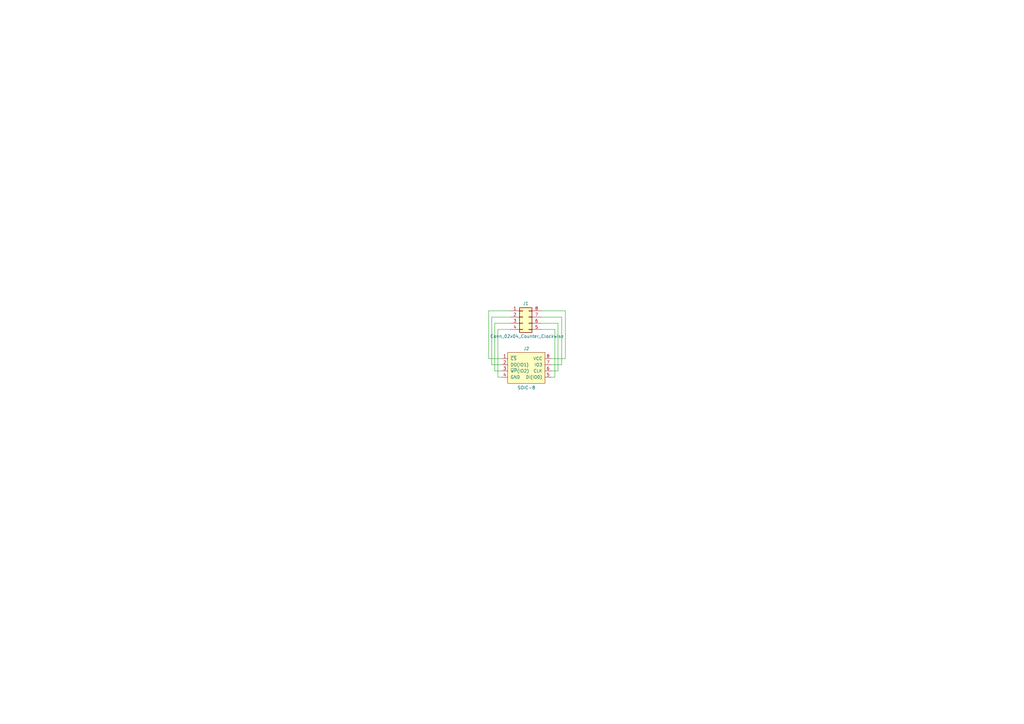
<source format=kicad_sch>
(kicad_sch (version 20211123) (generator eeschema)
  (paper "A3")
  (title_block (title "Adapter_Board") (date "2021-06-29") (rev "v1"))
  (lib_symbols
    (symbol "Connector_Generic:Conn_02x04_Counter_Clockwise" (pin_names (offset 1.016) hide)
      (property "Reference" "J" (at 1.27 5.08 0))
      (property "Value" "Conn_02x04_Counter_Clockwise" (at 1.27 -7.62 0))
      (symbol "Conn_02x04_Counter_Clockwise_1_1"
        (rectangle (start -1.27 -4.953) (end 0 -5.207) (stroke (width 0.1524)))
        (rectangle (start -1.27 -2.413) (end 0 -2.667) (stroke (width 0.1524)))
        (rectangle (start -1.27 0.127) (end 0 -0.127) (stroke (width 0.1524)))
        (rectangle (start -1.27 2.667) (end 0 2.413) (stroke (width 0.1524)))
        (rectangle (start -1.27 3.81) (end 3.81 -6.35) (stroke (width 0.254)) (fill (type background)))
        (rectangle (start 3.81 -4.953) (end 2.54 -5.207) (stroke (width 0.1524)))
        (rectangle (start 3.81 -2.413) (end 2.54 -2.667) (stroke (width 0.1524)))
        (rectangle (start 3.81 0.127) (end 2.54 -0.127) (stroke (width 0.1524)))
        (rectangle (start 3.81 2.667) (end 2.54 2.413) (stroke (width 0.1524)))
        (pin passive line (at -5.08 2.54 0) (length 3.81) (name "Pin_1") (number "1"))
        (pin passive line (at -5.08 0 0) (length 3.81) (name "Pin_2") (number "2"))
        (pin passive line (at -5.08 -2.54 0) (length 3.81) (name "Pin_3") (number "3"))
        (pin passive line (at -5.08 -5.08 0) (length 3.81) (name "Pin_4") (number "4"))
        (pin passive line (at 7.62 -5.08 180) (length 3.81) (name "Pin_5") (number "5"))
        (pin passive line (at 7.62 -2.54 180) (length 3.81) (name "Pin_6") (number "6"))
        (pin passive line (at 7.62 0 180) (length 3.81) (name "Pin_7") (number "7"))
        (pin passive line (at 7.62 2.54 180) (length 3.81) (name "Pin_8") (number "8"))
      )
    )
    (symbol "Custom_Symbol_Library:SOIC-8" (pin_names (offset 1.016))
      (property "Reference" "U" (at 0 7.62 0))
      (property "Value" "SOIC-8" (at 0 -7.62 0))
      (symbol "SOIC-8_0_1"
        (rectangle (start -7.62 6.35) (end 7.62 -6.35) (fill (type background)))
      )
      (symbol "SOIC-8_1_1"
        (pin input line (at -10.16 3.81 0) (length 2.54) (name "~{CS}") (number "1"))
        (pin bidirectional line (at -10.16 1.27 0) (length 2.54) (name "DO(IO1)") (number "2"))
        (pin bidirectional line (at -10.16 -1.27 0) (length 2.54) (name "~{WP}(IO2)") (number "3"))
        (pin power_in line (at -10.16 -3.81 0) (length 2.54) (name "GND") (number "4"))
        (pin bidirectional line (at 10.16 -3.81 180) (length 2.54) (name "DI(IO0)") (number "5"))
        (pin input line (at 10.16 -1.27 180) (length 2.54) (name "CLK") (number "6"))
        (pin bidirectional line (at 10.16 1.27 180) (length 2.54) (name "IO3") (number "7"))
        (pin power_in line (at 10.16 3.81 180) (length 2.54) (name "VCC") (number "8"))
      )
    )
  )
  (wire (pts (xy 227.584 154.686) (xy 226.06 154.686)))
  (wire (pts (xy 209.296 132.588) (xy 202.946 132.588)))
  (wire (pts (xy 231.902 147.066) (xy 226.06 147.066)))
  (wire (pts (xy 209.296 127.508) (xy 200.406 127.508)))
  (wire (pts (xy 200.406 127.508) (xy 200.406 147.066)))
  (wire (pts (xy 209.296 135.128) (xy 204.216 135.128)))
  (wire (pts (xy 200.406 147.066) (xy 205.74 147.066)))
  (wire (pts (xy 228.854 132.588) (xy 228.854 152.146)))
  (wire (pts (xy 202.946 132.588) (xy 202.946 152.146)))
  (wire (pts (xy 231.902 127.508) (xy 231.902 147.066)))
  (wire (pts (xy 221.996 132.588) (xy 228.854 132.588)))
  (wire (pts (xy 209.296 130.048) (xy 201.676 130.048)))
  (wire (pts (xy 228.854 152.146) (xy 226.06 152.146)))
  (wire (pts (xy 230.378 149.606) (xy 226.06 149.606)))
  (wire (pts (xy 221.996 127.508) (xy 231.902 127.508)))
  (wire (pts (xy 202.946 152.146) (xy 205.74 152.146)))
  (wire (pts (xy 221.996 130.048) (xy 230.378 130.048)))
  (wire (pts (xy 204.216 135.128) (xy 204.216 154.686)))
  (wire (pts (xy 230.378 130.048) (xy 230.378 149.606)))
  (wire (pts (xy 201.676 149.606) (xy 205.74 149.606)))
  (wire (pts (xy 221.996 135.128) (xy 227.584 135.128)))
  (wire (pts (xy 201.676 130.048) (xy 201.676 149.606)))
  (wire (pts (xy 227.584 135.128) (xy 227.584 154.686)))
  (wire (pts (xy 204.216 154.686) (xy 205.74 154.686)))
  (symbol (lib_id "Connector_Generic:Conn_02x04_Counter_Clockwise") (at 214.376 130.048 0) (unit 1)
    (property "Reference" "J1" (at 215.646 124.46 0))
    (property "Value" "Conn_02x04_Counter_Clockwise" (at 216.154 137.922 0))
    (property "Footprint" "Custom_Package_Library:PinHeader_2x04_P1.27mm_Vertical" (effects hide))
  )
  (symbol (lib_id "Custom_Symbol_Library:SOIC-8") (at 215.9 150.876 0) (unit 1)
    (property "Reference" "J2" (at 215.9 143.002 0))
    (property "Value" "SOIC-8" (at 215.9 159.004 0))
    (property "Footprint" "Custom_Package_Library:DIP-8_W7.62mm_Socket" (effects hide))
  )
)
</source>
